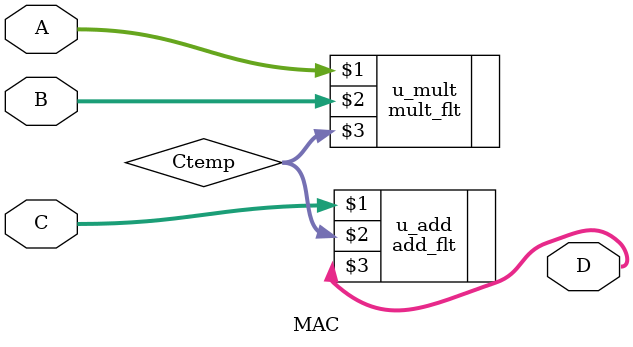
<source format=v>
`timescale 1ns / 1ps
module MAC( input [7:0] A,
            input [7:0] B, 
            input [7:0] C, 
            output [7:0] D);

wire [7:0] Ctemp; 
         
mult_flt u_mult(A, B, Ctemp); 
add_flt u_add(C, Ctemp, D); 

`ifndef SYNTHESIS
 real Creal, Areal, Breal, Ctmpreal, Dreal;
 always @(*) begin
    Creal = getReal(C); 
    Areal = getReal(A); 
    Breal = getReal(B); 
    Ctmpreal = getReal(Ctemp);
    Dreal = getReal(D);
 end
`endif
endmodule
</source>
